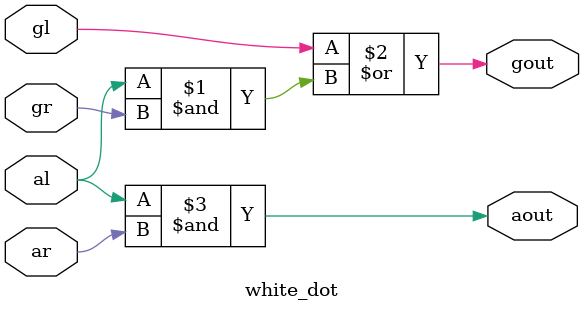
<source format=v>
module white_dot(gl,gr,al,ar,gout,aout);

input gl,al,gr,ar;
output gout,aout;

assign gout=gl | al&gr ;
assign aout= al&ar ;

endmodule
</source>
